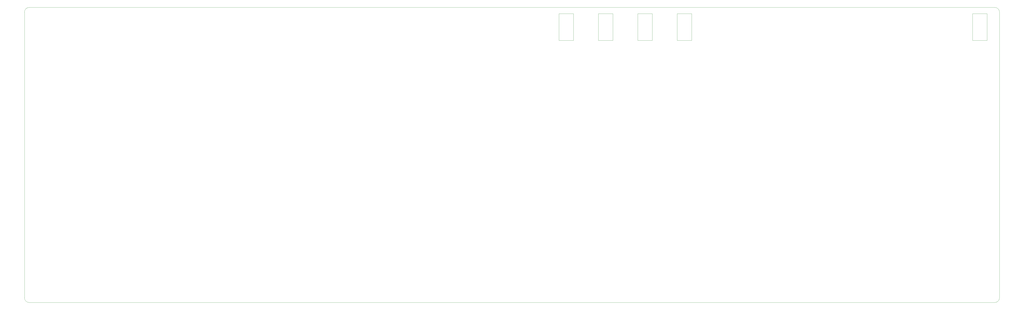
<source format=gbr>
%TF.GenerationSoftware,KiCad,Pcbnew,(6.0.7)*%
%TF.CreationDate,2022-09-27T13:03:32-04:00*%
%TF.ProjectId,SweetBusiness,53776565-7442-4757-9369-6e6573732e6b,rev?*%
%TF.SameCoordinates,Original*%
%TF.FileFunction,Profile,NP*%
%FSLAX46Y46*%
G04 Gerber Fmt 4.6, Leading zero omitted, Abs format (unit mm)*
G04 Created by KiCad (PCBNEW (6.0.7)) date 2022-09-27 13:03:32*
%MOMM*%
%LPD*%
G01*
G04 APERTURE LIST*
%TA.AperFunction,Profile*%
%ADD10C,0.050000*%
%TD*%
%TA.AperFunction,Profile*%
%ADD11C,0.120000*%
%TD*%
G04 APERTURE END LIST*
D10*
X471487550Y140493750D02*
G75*
G03*
X469106250Y142875000I-2381300J-50D01*
G01*
X-50Y2381250D02*
G75*
G03*
X2381250Y0I2381300J50D01*
G01*
X30956250Y142875000D02*
X469106250Y142875000D01*
X469106250Y0D02*
X2381250Y0D01*
X2381250Y142875000D02*
G75*
G03*
X0Y140493750I0J-2381250D01*
G01*
X2381250Y142875000D02*
X30956250Y142875000D01*
X469106250Y50D02*
G75*
G03*
X471487500Y2381250I0J2381250D01*
G01*
X0Y2381250D02*
X0Y140493750D01*
X471487500Y140493750D02*
X471487500Y2381250D01*
D11*
%TO.C,KT4*%
X315587500Y139850000D02*
X322587500Y139850000D01*
X322587500Y139850000D02*
X322587500Y126850000D01*
X322587500Y126850000D02*
X315587500Y126850000D01*
X315587500Y126850000D02*
X315587500Y139850000D01*
%TO.C,KT2*%
X277487500Y139850000D02*
X284487500Y139850000D01*
X284487500Y139850000D02*
X284487500Y126850000D01*
X284487500Y126850000D02*
X277487500Y126850000D01*
X277487500Y126850000D02*
X277487500Y139850000D01*
%TO.C,KT1*%
X258437500Y139850000D02*
X265437500Y139850000D01*
X265437500Y139850000D02*
X265437500Y126850000D01*
X265437500Y126850000D02*
X258437500Y126850000D01*
X258437500Y126850000D02*
X258437500Y139850000D01*
%TO.C,KT3*%
X296537500Y139850000D02*
X303537500Y139850000D01*
X303537500Y139850000D02*
X303537500Y126850000D01*
X303537500Y126850000D02*
X296537500Y126850000D01*
X296537500Y126850000D02*
X296537500Y139850000D01*
%TO.C,SWA1*%
X465462500Y126850000D02*
X458462500Y126850000D01*
X458462500Y126850000D02*
X458462500Y139850000D01*
X458462500Y139850000D02*
X465462500Y139850000D01*
X465462500Y139850000D02*
X465462500Y126850000D01*
%TD*%
M02*

</source>
